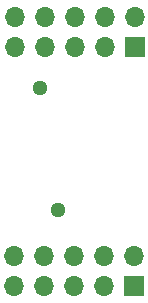
<source format=gbr>
From 2926e887c4360317809bd2a7eb4ad42290cfefe3 Mon Sep 17 00:00:00 2001
From: jaseg <git@jaseg.net>
Date: Fri, 2 Oct 2020 17:33:32 +0200
Subject: Initial commit

---
 .../gerber/dbg_connect_cable-B_Mask.gbr            | 51 ++++++++++++++++++++++
 1 file changed, 51 insertions(+)
 create mode 100644 cable/dbg_connect_cable_90/gerber/dbg_connect_cable-B_Mask.gbr

(limited to 'cable/dbg_connect_cable_90/gerber/dbg_connect_cable-B_Mask.gbr')

diff --git a/cable/dbg_connect_cable_90/gerber/dbg_connect_cable-B_Mask.gbr b/cable/dbg_connect_cable_90/gerber/dbg_connect_cable-B_Mask.gbr
new file mode 100644
index 0000000..d74e59c
--- /dev/null
+++ b/cable/dbg_connect_cable_90/gerber/dbg_connect_cable-B_Mask.gbr
@@ -0,0 +1,51 @@
+%TF.GenerationSoftware,KiCad,Pcbnew,(5.99.0-2820-g96f4e8f6f)*%
+%TF.CreationDate,2020-10-02T17:31:37+02:00*%
+%TF.ProjectId,dbg_connect_cable,6462675f-636f-46e6-9e65-63745f636162,rev?*%
+%TF.SameCoordinates,Original*%
+%TF.FileFunction,Soldermask,Bot*%
+%TF.FilePolarity,Negative*%
+%FSLAX46Y46*%
+G04 Gerber Fmt 4.6, Leading zero omitted, Abs format (unit mm)*
+G04 Created by KiCad (PCBNEW (5.99.0-2820-g96f4e8f6f)) date 2020-10-02 17:31:37*
+%MOMM*%
+%LPD*%
+G01*
+G04 APERTURE LIST*
+%ADD10C,1.290000*%
+%ADD11R,1.700000X1.700000*%
+%ADD12O,1.700000X1.700000*%
+G04 APERTURE END LIST*
+D10*
+%TO.C,J3*%
+X142000000Y-83800000D03*
+X143500000Y-94100000D03*
+%TD*%
+D11*
+%TO.C,J2*%
+X150000000Y-80300000D03*
+D12*
+X150000000Y-77760000D03*
+X147460000Y-80300000D03*
+X147460000Y-77760000D03*
+X144920000Y-80300000D03*
+X144920000Y-77760000D03*
+X142380000Y-80300000D03*
+X142380000Y-77760000D03*
+X139840000Y-80300000D03*
+X139840000Y-77760000D03*
+%TD*%
+D11*
+%TO.C,J1*%
+X149900000Y-100500000D03*
+D12*
+X149900000Y-97960000D03*
+X147360000Y-100500000D03*
+X147360000Y-97960000D03*
+X144820000Y-100500000D03*
+X144820000Y-97960000D03*
+X142280000Y-100500000D03*
+X142280000Y-97960000D03*
+X139740000Y-100500000D03*
+X139740000Y-97960000D03*
+%TD*%
+M02*
-- 
cgit 


</source>
